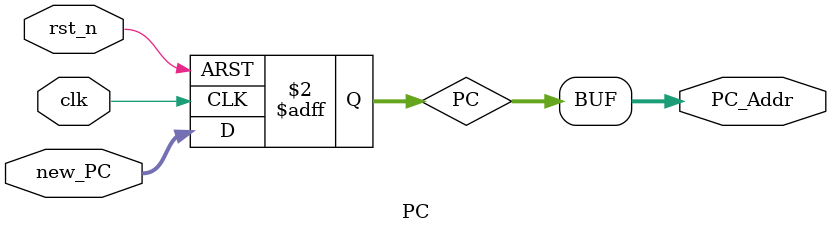
<source format=v>
module PC(
  input  [31:0] new_PC,
  input         clk,
  input         rst_n,//
  output [31:0] PC_Addr
  );
  reg [31:0] Addr;
	reg [31:0] PC;
	
	always@(posedge clk or posedge rst_n)
	begin
	  if (rst_n)
	    begin
	      PC = 32'h0000_3000;
	      //PC = 32'b0;   
	    end
	  else
	    begin
	      PC = new_PC;
	      //$display("%x", PC);
	    end  
	end
	assign PC_Addr = PC;
endmodule
	
	

</source>
